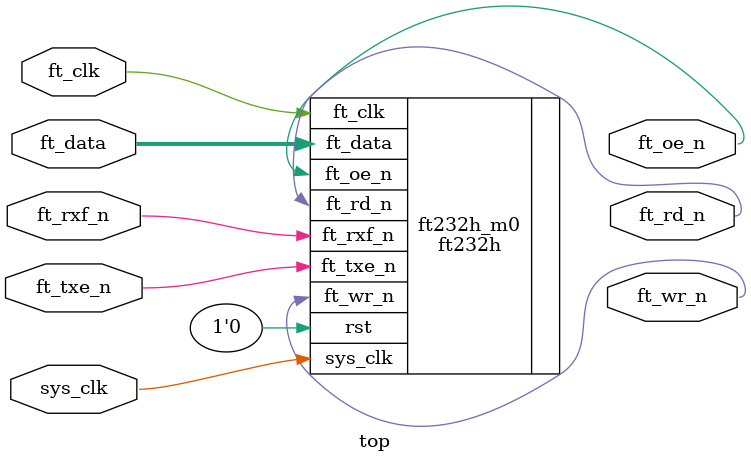
<source format=v>
module top
(
    input         sys_clk,
	input          ft_clk,
	input          ft_rxf_n,  //Data available
	input          ft_txe_n,  //Space available
	output         ft_oe_n,
	output         ft_rd_n,
	output         ft_wr_n,
  //  output[1:0]    led,
	inout[7:0]     ft_data
);

wire[7:0]  ft_datain;
ft232h ft232h_m0
(
   .sys_clk    (sys_clk),
	.ft_clk    (ft_clk  ), 
	.rst       (1'b0    ), 
	.ft_rxf_n  (ft_rxf_n), //Data available
	.ft_txe_n  (ft_txe_n), //Space available
	.ft_oe_n   (ft_oe_n ), 
	.ft_rd_n   (ft_rd_n ), 
	.ft_wr_n   (ft_wr_n ), 
	.ft_data   (ft_data )
//	.buf_data   (ft_datain )
);

endmodule
/*module ft232h_simple(
	rst_n,
	ft_rd_n,
	ft_wr_n,
	ft_oe_n,
	ft_rxf_n,
	ft_txe_n,
	ft_siwu_n,
	ft_data,
	ft_clk);
// sys port
input wire rst_n;

output wire ft_rd_n;
output wire ft_wr_n;
output wire ft_oe_n;
output wire ft_siwu_n;

input wire ft_rxf_n;
input wire ft_txe_n;
input wire ft_clk;

inout wire [7:0] ft_data;

/*assign ft_siwu_n = 1'b1;
assign ft_oe_n = 1'b0;
assign ft_rd_n = 1'b1;

reg [7:0] dataReg;
reg wr_nReg;
reg last_txe_n;

assign ft_data = dataReg;
assign ft_wr_n = wr_nReg;

always @(negedge rst_n or posedge ft_clk)
if (~rst_n)
	last_txe_n <= 1'b1;
else
	last_txe_n <= ft_txe_n;

always @(negedge rst_n or posedge ft_clk)
if (~rst_n)
	dataReg <= 8'b0;
else
	if (~last_txe_n & ~ft_txe_n)
		dataReg <= dataReg + 8'b1;

always @(negedge rst_n or posedge ft_clk)
if (~rst_n)
	wr_nReg <= 1'b1;
else
	if (~ft_txe_n)
		wr_nReg <= 1'b0;
	else
		wr_nReg <= 1'b1;
	
	assign ft_siwu_n = 1'b1;
    assign ft_oe_n = 1'b1;
    assign ft_wr_n = 1'b1;
    
    reg [7:0] dataReg;
    reg rd_nReg;
    reg last_rxf_n;
    
  //  assign dataReg=ft_data;
    assign ft_rd_n =rd_nReg;
    
    always @(negedge rst_n or posedge ft_clk)
    if (~rst_n)
        last_rxf_n <= 1'b1;
    else
        last_rxf_n <= ft_rxf_n;
    
    always @(negedge rst_n or posedge ft_clk)
    if (~rst_n)
        dataReg <= 8'b0;
    else
        if (~last_rxf_n & ~ft_rxf_n)
            dataReg <= ft_data;
    
    always @(negedge rst_n or posedge ft_clk)
    if (~rst_n)
        rd_nReg <= 1'b1;
    else
        if (~ft_rxf_n)
            rd_nReg <= 1'b0;
        else
            rd_nReg <= 1'b1;
endmodule*/
</source>
